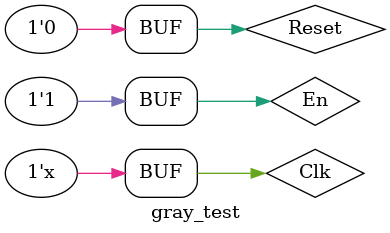
<source format=v>
`timescale 1ns / 1ps


module gray_test;

	// Inputs
	reg Clk;
	reg Reset;
	reg En;

	// Outputs
	wire [2:0] Output;
	wire Overflow;

	// Instantiate the Unit Under Test (UUT)
	gray uut (
		.Clk(Clk), 
		.Reset(Reset), 
		.En(En), 
		.Output(Output), 
		.Overflow(Overflow)
	);

	initial begin
		// Initialize Inputs
		Clk = 0;
		Reset = 0;
		En = 0;

		// Wait 100 ns for global reset to finish
        Reset = 1;
		#100;
        Reset = 0;
		// 第一次提交的问题：忘记了使能信号了
        En = 1;

		#10;
		En = 0;
		#10;
		En = 1;

		// Add stimulus here
        #28;
        Reset = 1;
        #4;
        Reset = 0;
	end
    
    always #2 begin
        Clk = ~Clk;
    end
      
endmodule


</source>
